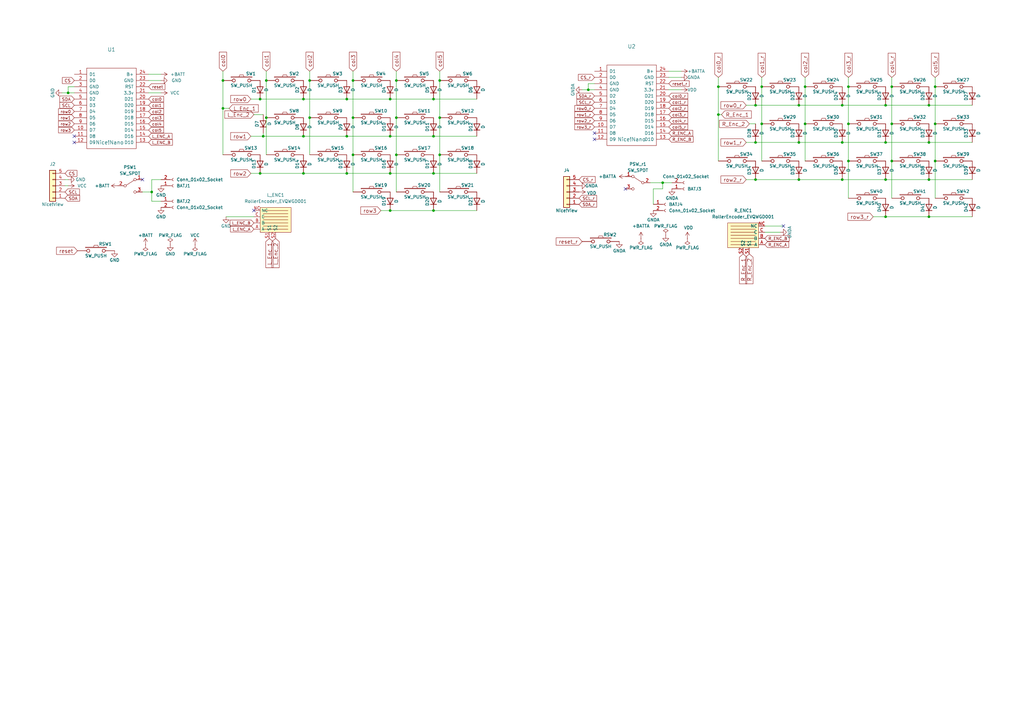
<source format=kicad_sch>
(kicad_sch (version 20230121) (generator eeschema)
  (paper "A3")
  (title_block (title "Corne Choc Wireless") (date "2023-10-09") (rev "0.0.1") (company "foostan + GSV-CargoCult"))
  (lib_symbols
    (symbol "Connector:Conn_01x02_Socket" (pin_names (offset 1.016) hide)
      (property "Reference" "J" (at 0 2.54 0))
      (property "Value" "Conn_01x02_Socket" (at 0 -5.08 0))
      (symbol "Conn_01x02_Socket_1_1"
        (pin passive line (at -5.08 0 0) (length 3.81) (name "Pin_1") (number "1"))
        (pin passive line (at -5.08 -2.54 0) (length 3.81) (name "Pin_2") (number "2"))
      )
    )
    (symbol "Connector_Generic:Conn_01x05" (pin_names (offset 1.016) hide)
      (property "Reference" "J" (at 0 7.62 0))
      (property "Value" "Conn_01x05" (at 0 -7.62 0))
      (symbol "Conn_01x05_1_1"
        (pin passive line (at -5.08 5.08 0) (length 3.81) (name "Pin_1") (number "1"))
        (pin passive line (at -5.08 2.54 0) (length 3.81) (name "Pin_2") (number "2"))
        (pin passive line (at -5.08 0 0) (length 3.81) (name "Pin_3") (number "3"))
        (pin passive line (at -5.08 -2.54 0) (length 3.81) (name "Pin_4") (number "4"))
        (pin passive line (at -5.08 -5.08 0) (length 3.81) (name "Pin_5") (number "5"))
      )
    )
    (symbol "Device:D" (pin_numbers hide) (pin_names (offset 1.016) hide)
      (property "Reference" "D" (at 0 2.54 0))
      (property "Value" "D" (at 0 -2.54 0))
      (symbol "D_1_1"
        (pin passive line (at -3.81 0 0) (length 2.54) (name "K") (number "1"))
        (pin passive line (at 3.81 0 180) (length 2.54) (name "A") (number "2"))
      )
    )
    (symbol "ScottoKeebs:MCU_Nice_Nano_V2" (pin_names (offset 1.016))
      (property "Reference" "U" (at 0 0 0))
      (property "Value" "Nice_Nano_V2" (at 0 -19.05 0))
      (symbol "MCU_Nice_Nano_V2_1_1"
        (pin input line (at -15.24 13.97 0) (length 5.08) (name "D1") (number "1"))
        (pin input line (at -15.24 -8.89 0) (length 5.08) (name "D7") (number "10"))
        (pin input line (at -15.24 -11.43 0) (length 5.08) (name "D8") (number "11"))
        (pin input line (at -15.24 -13.97 0) (length 5.08) (name "D9") (number "12"))
        (pin input line (at 15.24 -13.97 180) (length 5.08) (name "D10") (number "13"))
        (pin input line (at 15.24 -11.43 180) (length 5.08) (name "D16") (number "14"))
        (pin input line (at 15.24 -8.89 180) (length 5.08) (name "D14") (number "15"))
        (pin input line (at 15.24 -6.35 180) (length 5.08) (name "D15") (number "16"))
        (pin input line (at 15.24 -3.81 180) (length 5.08) (name "D18") (number "17"))
        (pin input line (at 15.24 -1.27 180) (length 5.08) (name "D19") (number "18"))
        (pin input line (at 15.24 1.27 180) (length 5.08) (name "D20") (number "19"))
        (pin input line (at -15.24 11.43 0) (length 5.08) (name "D0") (number "2"))
        (pin input line (at 15.24 3.81 180) (length 5.08) (name "D21") (number "20"))
        (pin input line (at 15.24 6.35 180) (length 5.08) (name "3.3v") (number "21"))
        (pin input line (at 15.24 8.89 180) (length 5.08) (name "RST") (number "22"))
        (pin input line (at 15.24 11.43 180) (length 5.08) (name "GND") (number "23"))
        (pin input line (at 15.24 13.97 180) (length 5.08) (name "B+") (number "24"))
        (pin input line (at -15.24 8.89 0) (length 5.08) (name "GND") (number "3"))
        (pin input line (at -15.24 6.35 0) (length 5.08) (name "GND") (number "4"))
        (pin input line (at -15.24 3.81 0) (length 5.08) (name "D2") (number "5"))
        (pin input line (at -15.24 1.27 0) (length 5.08) (name "D3") (number "6"))
        (pin input line (at -15.24 -1.27 0) (length 5.08) (name "D4") (number "7"))
        (pin input line (at -15.24 -3.81 0) (length 5.08) (name "D5") (number "8"))
        (pin input line (at -15.24 -6.35 0) (length 5.08) (name "D6") (number "9"))
      )
    )
    (symbol "Switch:SW_SPDT" (pin_names (offset 0) hide)
      (property "Reference" "SW" (at 0 4.318 0))
      (property "Value" "SW_SPDT" (at 0 -5.08 0))
      (symbol "SW_SPDT_1_1"
        (pin passive line (at 5.08 2.54 180) (length 2.54) (name "A") (number "1"))
        (pin passive line (at -5.08 0 0) (length 2.54) (name "B") (number "2"))
        (pin passive line (at 5.08 -2.54 180) (length 2.54) (name "C") (number "3"))
      )
    )
    (symbol "kbd:SW_PUSH" (pin_numbers hide) (pin_names (offset 1.016) hide)
      (property "Reference" "SW" (at 3.81 2.794 0))
      (property "Value" "SW_PUSH" (at 0 -2.032 0))
      (symbol "SW_PUSH_0_1"
        (pin passive inverted (at -7.62 0 0) (length 5.08) (name "1") (number "1"))
        (pin passive inverted (at 7.62 0 180) (length 5.08) (name "2") (number "2"))
      )
    )
    (symbol "power:+BATT" (power) (pin_names (offset 0))
      (property "Value" "+BATT" (at 0 3.556 0))
      (symbol "+BATT_1_1"
        (pin power_in line (at 0 0 90) (length 0) hide (name "+BATT") (number "1"))
      )
    )
    (symbol "power:+BATTA" (power) (pin_names (offset 0))
      (property "Value" "+BATTA" (at 0 3.556 0))
      (symbol "+BATTA_1_1"
        (pin power_in line (at 0 0 90) (length 0) hide (name "+BATTA") (number "1"))
      )
    )
    (symbol "power:GND" (power) (pin_names (offset 0))
      (property "Value" "GND" (at 0 -3.81 0))
      (symbol "GND_1_1"
        (pin power_in line (at 0 0 270) (length 0) hide (name "GND") (number "1"))
      )
    )
    (symbol "power:GNDA" (power) (pin_names (offset 0))
      (property "Value" "GNDA" (at 0 -3.81 0))
      (symbol "GNDA_1_1"
        (pin power_in line (at 0 0 270) (length 0) hide (name "GNDA") (number "1"))
      )
    )
    (symbol "power:PWR_FLAG" (power) (pin_numbers hide) (pin_names (offset 0) hide)
      (property "Value" "PWR_FLAG" (at 0 3.81 0))
      (symbol "PWR_FLAG_0_0"
        (pin power_out line (at 0 0 90) (length 0) (name "pwr") (number "1"))
      )
    )
    (symbol "power:VCC" (power) (pin_names (offset 0))
      (property "Value" "VCC" (at 0 3.81 0))
      (symbol "VCC_1_1"
        (pin power_in line (at 0 0 90) (length 0) hide (name "VCC") (number "1"))
      )
    )
    (symbol "power:VDD" (power) (pin_names (offset 0))
      (property "Value" "VDD" (at 0 3.81 0))
      (symbol "VDD_1_1"
        (pin power_in line (at 0 0 90) (length 0) hide (name "VDD") (number "1"))
      )
    )
    (symbol "zzkeebs:RollerEncoder_EVQWGD001"
      (property "Reference" "U" (at 0 -5.08 0))
      (property "Value" "RollerEncoder_EVQWGD001" (at 0 -7.62 0))
      (symbol "RollerEncoder_EVQWGD001_1_1"
        (pin output line (at -7.62 5.08 0) (length 2.54) (name "A") (number "A"))
        (pin output line (at -7.62 2.54 0) (length 2.54) (name "B") (number "B"))
        (pin passive line (at -7.62 0 0) (length 2.54) (name "C") (number "C"))
        (pin unspecified line (at -7.62 -2.54 0) (length 2.54) (name "NC") (number "NC"))
        (pin output line (at -1.27 8.89 270) (length 2.54) (name "S1") (number "S1"))
        (pin output line (at 1.27 8.89 270) (length 2.54) (name "S2") (number "S2"))
      )
    )
  )
  (junction (at 383.54 50.8))
  (junction (at 347.98 50.8))
  (junction (at 142.24 40.64))
  (junction (at 162.56 63.5))
  (junction (at 309.88 58.42))
  (junction (at 345.44 43.18))
  (junction (at 142.24 71.12))
  (junction (at 365.76 66.04))
  (junction (at 144.78 33.02))
  (junction (at 363.22 88.9))
  (junction (at 127 48.26))
  (junction (at 127 33.02))
  (junction (at 107.95 55.88))
  (junction (at 124.46 71.12))
  (junction (at 330.2 35.56))
  (junction (at 309.88 43.18))
  (junction (at 62.23 78.74))
  (junction (at 381 73.66))
  (junction (at 330.2 50.8))
  (junction (at 160.02 40.64))
  (junction (at 162.56 33.02))
  (junction (at 294.64 46.99))
  (junction (at 180.34 63.5))
  (junction (at 294.64 35.56))
  (junction (at 180.34 48.26))
  (junction (at 381 58.42))
  (junction (at 144.78 48.26))
  (junction (at 177.8 55.88))
  (junction (at 309.88 73.66))
  (junction (at 142.24 55.88))
  (junction (at 327.66 73.66))
  (junction (at 383.54 66.04))
  (junction (at 177.8 71.12))
  (junction (at 383.54 35.56))
  (junction (at 312.42 35.56))
  (junction (at 271.78 74.93))
  (junction (at 160.02 55.88))
  (junction (at 345.44 58.42))
  (junction (at 345.44 73.66))
  (junction (at 162.56 48.26))
  (junction (at 327.66 43.18))
  (junction (at 91.44 44.45))
  (junction (at 347.98 35.56))
  (junction (at 124.46 40.64))
  (junction (at 177.8 40.64))
  (junction (at 363.22 58.42))
  (junction (at 327.66 58.42))
  (junction (at 381 43.18))
  (junction (at 124.46 55.88))
  (junction (at 363.22 43.18))
  (junction (at 27.94 38.1))
  (junction (at 365.76 50.8))
  (junction (at 363.22 73.66))
  (junction (at 347.98 66.04))
  (junction (at 312.42 50.8))
  (junction (at 109.22 48.26))
  (junction (at 160.02 71.12))
  (junction (at 106.68 40.64))
  (junction (at 180.34 33.02))
  (junction (at 160.02 86.36))
  (junction (at 381 88.9))
  (junction (at 91.44 33.02))
  (junction (at 144.78 63.5))
  (junction (at 109.22 33.02))
  (junction (at 106.68 71.12))
  (junction (at 241.3 36.83))
  (junction (at 177.8 86.36))
  (junction (at 365.76 35.56))
  (no_connect (at 321.31 92.71))
  (no_connect (at 243.84 57.15))
  (no_connect (at 30.48 55.88))
  (no_connect (at 243.84 54.61))
  (no_connect (at 256.54 77.47))
  (no_connect (at 30.48 58.42))
  (no_connect (at 58.42 73.66))
  (no_connect (at 104.14 86.36))
  (wire (pts (xy 365.76 50.8) (xy 365.76 66.04)))
  (wire (pts (xy 102.87 40.64) (xy 106.68 40.64)))
  (wire (pts (xy 160.02 86.36) (xy 177.8 86.36)))
  (wire (pts (xy 383.54 31.75) (xy 383.54 35.56)))
  (wire (pts (xy 381 43.18) (xy 398.78 43.18)))
  (wire (pts (xy 142.24 55.88) (xy 160.02 55.88)))
  (wire (pts (xy 162.56 63.5) (xy 162.56 78.74)))
  (wire (pts (xy 177.8 71.12) (xy 195.58 71.12)))
  (wire (pts (xy 294.64 31.75) (xy 294.64 35.56)))
  (wire (pts (xy 294.64 35.56) (xy 294.64 46.99)))
  (wire (pts (xy 107.95 55.88) (xy 124.46 55.88)))
  (wire (pts (xy 109.22 33.02) (xy 109.22 48.26)))
  (wire (pts (xy 358.14 88.9) (xy 363.22 88.9)))
  (wire (pts (xy 306.07 58.42) (xy 309.88 58.42)))
  (wire (pts (xy 330.2 50.8) (xy 330.2 66.04)))
  (wire (pts (xy 347.98 50.8) (xy 347.98 66.04)))
  (wire (pts (xy 365.76 31.75) (xy 365.76 35.56)))
  (wire (pts (xy 60.96 38.1) (xy 66.04 38.1)))
  (wire (pts (xy 238.76 36.83) (xy 241.3 36.83)))
  (wire (pts (xy 162.56 29.21) (xy 162.56 33.02)))
  (wire (pts (xy 347.98 31.75) (xy 347.98 35.56)))
  (wire (pts (xy 144.78 48.26) (xy 144.78 63.5)))
  (wire (pts (xy 241.3 34.29) (xy 241.3 36.83)))
  (wire (pts (xy 160.02 71.12) (xy 177.8 71.12)))
  (wire (pts (xy 363.22 73.66) (xy 381 73.66)))
  (wire (pts (xy 327.66 73.66) (xy 345.44 73.66)))
  (wire (pts (xy 381 58.42) (xy 398.78 58.42)))
  (wire (pts (xy 66.04 73.66) (xy 62.23 73.66)))
  (wire (pts (xy 306.07 73.66) (xy 309.88 73.66)))
  (wire (pts (xy 271.78 74.93) (xy 266.7 74.93)))
  (wire (pts (xy 267.97 77.47) (xy 271.78 77.47)))
  (wire (pts (xy 177.8 40.64) (xy 195.58 40.64)))
  (wire (pts (xy 381 88.9) (xy 398.78 88.9)))
  (wire (pts (xy 30.48 35.56) (xy 27.94 35.56)))
  (wire (pts (xy 180.34 63.5) (xy 180.34 78.74)))
  (wire (pts (xy 162.56 48.26) (xy 162.56 63.5)))
  (wire (pts (xy 62.23 73.66) (xy 62.23 78.74)))
  (wire (pts (xy 243.84 34.29) (xy 241.3 34.29)))
  (wire (pts (xy 160.02 40.64) (xy 177.8 40.64)))
  (wire (pts (xy 274.32 31.75) (xy 279.4 31.75)))
  (wire (pts (xy 127 29.21) (xy 127 33.02)))
  (wire (pts (xy 144.78 33.02) (xy 144.78 48.26)))
  (wire (pts (xy 124.46 40.64) (xy 142.24 40.64)))
  (wire (pts (xy 102.87 71.12) (xy 106.68 71.12)))
  (wire (pts (xy 347.98 35.56) (xy 347.98 50.8)))
  (wire (pts (xy 124.46 71.12) (xy 142.24 71.12)))
  (wire (pts (xy 177.8 55.88) (xy 195.58 55.88)))
  (wire (pts (xy 109.22 48.26) (xy 109.22 63.5)))
  (wire (pts (xy 160.02 55.88) (xy 177.8 55.88)))
  (wire (pts (xy 241.3 36.83) (xy 243.84 36.83)))
  (wire (pts (xy 91.44 33.02) (xy 91.44 44.45)))
  (wire (pts (xy 363.22 88.9) (xy 381 88.9)))
  (wire (pts (xy 365.76 35.56) (xy 365.76 50.8)))
  (wire (pts (xy 144.78 63.5) (xy 144.78 78.74)))
  (wire (pts (xy 180.34 29.21) (xy 180.34 33.02)))
  (wire (pts (xy 180.34 48.26) (xy 180.34 63.5)))
  (wire (pts (xy 27.94 38.1) (xy 30.48 38.1)))
  (wire (pts (xy 345.44 58.42) (xy 363.22 58.42)))
  (wire (pts (xy 92.71 88.9) (xy 104.14 88.9)))
  (wire (pts (xy 107.95 54.61) (xy 107.95 55.88)))
  (wire (pts (xy 279.4 29.21) (xy 274.32 29.21)))
  (wire (pts (xy 321.31 92.71) (xy 313.69 92.71)))
  (wire (pts (xy 91.44 29.21) (xy 91.44 33.02)))
  (wire (pts (xy 144.78 29.21) (xy 144.78 33.02)))
  (wire (pts (xy 312.42 31.75) (xy 312.42 35.56)))
  (wire (pts (xy 124.46 55.88) (xy 142.24 55.88)))
  (wire (pts (xy 363.22 43.18) (xy 381 43.18)))
  (wire (pts (xy 345.44 43.18) (xy 363.22 43.18)))
  (wire (pts (xy 383.54 35.56) (xy 383.54 50.8)))
  (wire (pts (xy 330.2 31.75) (xy 330.2 35.56)))
  (wire (pts (xy 102.87 55.88) (xy 107.95 55.88)))
  (wire (pts (xy 93.98 44.45) (xy 91.44 44.45)))
  (wire (pts (xy 383.54 66.04) (xy 383.54 81.28)))
  (wire (pts (xy 309.88 58.42) (xy 327.66 58.42)))
  (wire (pts (xy 327.66 43.18) (xy 345.44 43.18)))
  (wire (pts (xy 127 48.26) (xy 127 63.5)))
  (wire (pts (xy 312.42 35.56) (xy 312.42 50.8)))
  (wire (pts (xy 365.76 66.04) (xy 365.76 81.28)))
  (wire (pts (xy 60.96 33.02) (xy 66.04 33.02)))
  (wire (pts (xy 327.66 58.42) (xy 345.44 58.42)))
  (wire (pts (xy 66.04 82.55) (xy 62.23 82.55)))
  (wire (pts (xy 62.23 78.74) (xy 58.42 78.74)))
  (wire (pts (xy 347.98 66.04) (xy 347.98 81.28)))
  (wire (pts (xy 66.04 30.48) (xy 60.96 30.48)))
  (wire (pts (xy 330.2 35.56) (xy 330.2 50.8)))
  (wire (pts (xy 62.23 82.55) (xy 62.23 78.74)))
  (wire (pts (xy 27.94 73.66) (xy 26.67 73.66)))
  (wire (pts (xy 295.91 46.99) (xy 294.64 46.99)))
  (wire (pts (xy 27.94 35.56) (xy 27.94 38.1)))
  (wire (pts (xy 275.59 74.93) (xy 271.78 74.93)))
  (wire (pts (xy 345.44 73.66) (xy 363.22 73.66)))
  (wire (pts (xy 127 33.02) (xy 127 48.26)))
  (wire (pts (xy 142.24 71.12) (xy 160.02 71.12)))
  (wire (pts (xy 180.34 33.02) (xy 180.34 48.26)))
  (wire (pts (xy 27.94 76.2) (xy 26.67 76.2)))
  (wire (pts (xy 320.04 95.25) (xy 313.69 95.25)))
  (wire (pts (xy 381 73.66) (xy 398.78 73.66)))
  (wire (pts (xy 156.21 86.36) (xy 160.02 86.36)))
  (wire (pts (xy 25.4 38.1) (xy 27.94 38.1)))
  (wire (pts (xy 363.22 58.42) (xy 381 58.42)))
  (wire (pts (xy 307.34 50.8) (xy 309.88 50.8)))
  (wire (pts (xy 177.8 86.36) (xy 195.58 86.36)))
  (wire (pts (xy 312.42 50.8) (xy 312.42 66.04)))
  (wire (pts (xy 274.32 36.83) (xy 279.4 36.83)))
  (wire (pts (xy 271.78 77.47) (xy 271.78 74.93)))
  (wire (pts (xy 267.97 83.82) (xy 267.97 77.47)))
  (wire (pts (xy 106.68 71.12) (xy 124.46 71.12)))
  (wire (pts (xy 309.88 73.66) (xy 327.66 73.66)))
  (wire (pts (xy 109.22 29.21) (xy 109.22 33.02)))
  (wire (pts (xy 162.56 33.02) (xy 162.56 48.26)))
  (wire (pts (xy 142.24 40.64) (xy 160.02 40.64)))
  (wire (pts (xy 107.95 46.99) (xy 104.14 46.99)))
  (wire (pts (xy 91.44 44.45) (xy 91.44 63.5)))
  (wire (pts (xy 106.68 40.64) (xy 124.46 40.64)))
  (wire (pts (xy 383.54 50.8) (xy 383.54 66.04)))
  (wire (pts (xy 294.64 46.99) (xy 294.64 66.04)))
  (wire (pts (xy 306.07 43.18) (xy 309.88 43.18)))
  (wire (pts (xy 309.88 43.18) (xy 327.66 43.18)))
  (global_label "row1" (shape input) (at 102.87 55.88 180) (effects (font (size 1.524 1.524))) (property "Intersheetrefs" "${INTERSHEET_REFS}" (effects hide)))
  (global_label "reset" (shape input) (at 60.96 35.56 0) (effects (font (size 1.1938 1.1938))) (property "Intersheetrefs" "${INTERSHEET_REFS}" (effects hide)))
  (global_label "R_Enc_2" (shape input) (at 307.34 50.8 180) (effects (font (size 1.524 1.524))) (property "Intersheetrefs" "${INTERSHEET_REFS}" (effects hide)))
  (global_label "L_ENC_B" (shape input) (at 60.96 58.42 0) (effects (font (size 1.1938 1.1938))) (property "Intersheetrefs" "${INTERSHEET_REFS}" (effects hide)))
  (global_label "col1_r" (shape input) (at 274.32 41.91 0) (effects (font (size 1.1938 1.1938))) (property "Intersheetrefs" "${INTERSHEET_REFS}" (effects hide)))
  (global_label "row0_r" (shape input) (at 243.84 44.45 180) (effects (font (size 1.1938 1.1938))) (property "Intersheetrefs" "${INTERSHEET_REFS}" (effects hide)))
  (global_label "CS_r" (shape input) (at 243.84 31.75 180) (property "Intersheetrefs" "${INTERSHEET_REFS}" (effects hide)))
  (global_label "col4" (shape input) (at 162.56 29.21 90) (effects (font (size 1.524 1.524))) (property "Intersheetrefs" "${INTERSHEET_REFS}" (effects hide)))
  (global_label "col5_r" (shape input) (at 383.54 31.75 90) (effects (font (size 1.524 1.524))) (property "Intersheetrefs" "${INTERSHEET_REFS}" (effects hide)))
  (global_label "col0_r" (shape input) (at 274.32 39.37 0) (effects (font (size 1.1938 1.1938))) (property "Intersheetrefs" "${INTERSHEET_REFS}" (effects hide)))
  (global_label "SCL" (shape input) (at 30.48 43.18 180) (property "Intersheetrefs" "${INTERSHEET_REFS}" (effects hide)))
  (global_label "SDA_r" (shape input) (at 237.49 83.82 0) (effects (font (size 1.1938 1.1938))) (property "Intersheetrefs" "${INTERSHEET_REFS}" (effects hide)))
  (global_label "R_Enc_1" (shape input) (at 304.8 104.14 270) (effects (font (size 1.524 1.524))) (property "Intersheetrefs" "${INTERSHEET_REFS}" (effects hide)))
  (global_label "SDA_r" (shape input) (at 243.84 39.37 180) (effects (font (size 1.1938 1.1938))) (property "Intersheetrefs" "${INTERSHEET_REFS}" (effects hide)))
  (global_label "col3" (shape input) (at 144.78 29.21 90) (effects (font (size 1.524 1.524))) (property "Intersheetrefs" "${INTERSHEET_REFS}" (effects hide)))
  (global_label "reset" (shape input) (at 31.75 102.87 180) (effects (font (size 1.524 1.524))) (property "Intersheetrefs" "${INTERSHEET_REFS}" (effects hide)))
  (global_label "reset_r" (shape input) (at 274.32 34.29 0) (effects (font (size 1.1938 1.1938))) (property "Intersheetrefs" "${INTERSHEET_REFS}" (effects hide)))
  (global_label "row3_r" (shape input) (at 358.14 88.9 180) (effects (font (size 1.524 1.524))) (property "Intersheetrefs" "${INTERSHEET_REFS}" (effects hide)))
  (global_label "L_ENC_A" (shape input) (at 60.96 55.88 0) (effects (font (size 1.1938 1.1938))) (property "Intersheetrefs" "${INTERSHEET_REFS}" (effects hide)))
  (global_label "col5" (shape input) (at 60.96 53.34 0) (effects (font (size 1.1938 1.1938))) (property "Intersheetrefs" "${INTERSHEET_REFS}" (effects hide)))
  (global_label "col5_r" (shape input) (at 274.32 52.07 0) (effects (font (size 1.1938 1.1938))) (property "Intersheetrefs" "${INTERSHEET_REFS}" (effects hide)))
  (global_label "row2_r" (shape input) (at 306.07 73.66 180) (effects (font (size 1.524 1.524))) (property "Intersheetrefs" "${INTERSHEET_REFS}" (effects hide)))
  (global_label "R_Enc_1" (shape input) (at 295.91 46.99 0) (effects (font (size 1.524 1.524))) (property "Intersheetrefs" "${INTERSHEET_REFS}" (effects hide)))
  (global_label "SDA" (shape input) (at 26.67 81.28 0) (property "Intersheetrefs" "${INTERSHEET_REFS}" (effects hide)))
  (global_label "SDA" (shape input) (at 30.48 40.64 180) (property "Intersheetrefs" "${INTERSHEET_REFS}" (effects hide)))
  (global_label "L_ENC_A" (shape input) (at 104.14 93.98 180) (effects (font (size 1.1938 1.1938))) (property "Intersheetrefs" "${INTERSHEET_REFS}" (effects hide)))
  (global_label "row2_r" (shape input) (at 243.84 49.53 180) (effects (font (size 1.1938 1.1938))) (property "Intersheetrefs" "${INTERSHEET_REFS}" (effects hide)))
  (global_label "row2" (shape input) (at 30.48 50.8 180) (effects (font (size 1.1938 1.1938))) (property "Intersheetrefs" "${INTERSHEET_REFS}" (effects hide)))
  (global_label "col2_r" (shape input) (at 274.32 44.45 0) (effects (font (size 1.1938 1.1938))) (property "Intersheetrefs" "${INTERSHEET_REFS}" (effects hide)))
  (global_label "col4_r" (shape input) (at 365.76 31.75 90) (effects (font (size 1.524 1.524))) (property "Intersheetrefs" "${INTERSHEET_REFS}" (effects hide)))
  (global_label "row1_r" (shape input) (at 306.07 58.42 180) (effects (font (size 1.524 1.524))) (property "Intersheetrefs" "${INTERSHEET_REFS}" (effects hide)))
  (global_label "col2_r" (shape input) (at 330.2 31.75 90) (effects (font (size 1.524 1.524))) (property "Intersheetrefs" "${INTERSHEET_REFS}" (effects hide)))
  (global_label "SCL_r" (shape input) (at 237.49 81.28 0) (effects (font (size 1.1938 1.1938))) (property "Intersheetrefs" "${INTERSHEET_REFS}" (effects hide)))
  (global_label "col1_r" (shape input) (at 312.42 31.75 90) (effects (font (size 1.524 1.524))) (property "Intersheetrefs" "${INTERSHEET_REFS}" (effects hide)))
  (global_label "row3" (shape input) (at 30.48 53.34 180) (effects (font (size 1.1938 1.1938))) (property "Intersheetrefs" "${INTERSHEET_REFS}" (effects hide)))
  (global_label "col0" (shape input) (at 60.96 40.64 0) (effects (font (size 1.1938 1.1938))) (property "Intersheetrefs" "${INTERSHEET_REFS}" (effects hide)))
  (global_label "L_Enc_1" (shape input) (at 93.98 44.45 0) (effects (font (size 1.524 1.524))) (property "Intersheetrefs" "${INTERSHEET_REFS}" (effects hide)))
  (global_label "L_Enc_2" (shape input) (at 113.03 97.79 270) (effects (font (size 1.524 1.524))) (property "Intersheetrefs" "${INTERSHEET_REFS}" (effects hide)))
  (global_label "col4_r" (shape input) (at 274.32 49.53 0) (effects (font (size 1.1938 1.1938))) (property "Intersheetrefs" "${INTERSHEET_REFS}" (effects hide)))
  (global_label "row0" (shape input) (at 102.87 40.64 180) (effects (font (size 1.524 1.524))) (property "Intersheetrefs" "${INTERSHEET_REFS}" (effects hide)))
  (global_label "row3_r" (shape input) (at 243.84 52.07 180) (effects (font (size 1.1938 1.1938))) (property "Intersheetrefs" "${INTERSHEET_REFS}" (effects hide)))
  (global_label "row0_r" (shape input) (at 306.07 43.18 180) (effects (font (size 1.524 1.524))) (property "Intersheetrefs" "${INTERSHEET_REFS}" (effects hide)))
  (global_label "R_ENC_B" (shape input) (at 274.32 57.15 0) (effects (font (size 1.1938 1.1938))) (property "Intersheetrefs" "${INTERSHEET_REFS}" (effects hide)))
  (global_label "SCL" (shape input) (at 26.67 78.74 0) (property "Intersheetrefs" "${INTERSHEET_REFS}" (effects hide)))
  (global_label "col3_r" (shape input) (at 347.98 31.75 90) (effects (font (size 1.524 1.524))) (property "Intersheetrefs" "${INTERSHEET_REFS}" (effects hide)))
  (global_label "row2" (shape input) (at 102.87 71.12 180) (effects (font (size 1.524 1.524))) (property "Intersheetrefs" "${INTERSHEET_REFS}" (effects hide)))
  (global_label "row1_r" (shape input) (at 243.84 46.99 180) (effects (font (size 1.1938 1.1938))) (property "Intersheetrefs" "${INTERSHEET_REFS}" (effects hide)))
  (global_label "L_Enc_1" (shape input) (at 110.49 97.79 270) (effects (font (size 1.524 1.524))) (property "Intersheetrefs" "${INTERSHEET_REFS}" (effects hide)))
  (global_label "col1" (shape input) (at 60.96 43.18 0) (effects (font (size 1.1938 1.1938))) (property "Intersheetrefs" "${INTERSHEET_REFS}" (effects hide)))
  (global_label "CS_r" (shape input) (at 237.49 73.66 0) (property "Intersheetrefs" "${INTERSHEET_REFS}" (effects hide)))
  (global_label "R_Enc_2" (shape input) (at 307.34 104.14 270) (effects (font (size 1.524 1.524))) (property "Intersheetrefs" "${INTERSHEET_REFS}" (effects hide)))
  (global_label "CS" (shape input) (at 26.67 71.12 0) (property "Intersheetrefs" "${INTERSHEET_REFS}" (effects hide)))
  (global_label "col1" (shape input) (at 109.22 29.21 90) (effects (font (size 1.524 1.524))) (property "Intersheetrefs" "${INTERSHEET_REFS}" (effects hide)))
  (global_label "row1" (shape input) (at 30.48 48.26 180) (effects (font (size 1.1938 1.1938))) (property "Intersheetrefs" "${INTERSHEET_REFS}" (effects hide)))
  (global_label "col4" (shape input) (at 60.96 50.8 0) (effects (font (size 1.1938 1.1938))) (property "Intersheetrefs" "${INTERSHEET_REFS}" (effects hide)))
  (global_label "col2" (shape input) (at 127 29.21 90) (effects (font (size 1.524 1.524))) (property "Intersheetrefs" "${INTERSHEET_REFS}" (effects hide)))
  (global_label "col0" (shape input) (at 91.44 29.21 90) (effects (font (size 1.524 1.524))) (property "Intersheetrefs" "${INTERSHEET_REFS}" (effects hide)))
  (global_label "R_ENC_A" (shape input) (at 274.32 54.61 0) (effects (font (size 1.1938 1.1938))) (property "Intersheetrefs" "${INTERSHEET_REFS}" (effects hide)))
  (global_label "CS" (shape input) (at 30.48 33.02 180) (property "Intersheetrefs" "${INTERSHEET_REFS}" (effects hide)))
  (global_label "col5" (shape input) (at 180.34 29.21 90) (effects (font (size 1.524 1.524))) (property "Intersheetrefs" "${INTERSHEET_REFS}" (effects hide)))
  (global_label "R_ENC_B" (shape input) (at 313.69 97.79 0) (effects (font (size 1.1938 1.1938))) (property "Intersheetrefs" "${INTERSHEET_REFS}" (effects hide)))
  (global_label "SCL_r" (shape input) (at 243.84 41.91 180) (effects (font (size 1.1938 1.1938))) (property "Intersheetrefs" "${INTERSHEET_REFS}" (effects hide)))
  (global_label "row0" (shape input) (at 30.48 45.72 180) (effects (font (size 1.1938 1.1938))) (property "Intersheetrefs" "${INTERSHEET_REFS}" (effects hide)))
  (global_label "col3_r" (shape input) (at 274.32 46.99 0) (effects (font (size 1.1938 1.1938))) (property "Intersheetrefs" "${INTERSHEET_REFS}" (effects hide)))
  (global_label "L_ENC_B" (shape input) (at 104.14 91.44 180) (effects (font (size 1.1938 1.1938))) (property "Intersheetrefs" "${INTERSHEET_REFS}" (effects hide)))
  (global_label "row3" (shape input) (at 156.21 86.36 180) (effects (font (size 1.524 1.524))) (property "Intersheetrefs" "${INTERSHEET_REFS}" (effects hide)))
  (global_label "col3" (shape input) (at 60.96 48.26 0) (effects (font (size 1.1938 1.1938))) (property "Intersheetrefs" "${INTERSHEET_REFS}" (effects hide)))
  (global_label "reset_r" (shape input) (at 238.76 99.06 180) (effects (font (size 1.524 1.524))) (property "Intersheetrefs" "${INTERSHEET_REFS}" (effects hide)))
  (global_label "R_ENC_A" (shape input) (at 313.69 100.33 0) (effects (font (size 1.1938 1.1938))) (property "Intersheetrefs" "${INTERSHEET_REFS}" (effects hide)))
  (global_label "col0_r" (shape input) (at 294.64 31.75 90) (effects (font (size 1.524 1.524))) (property "Intersheetrefs" "${INTERSHEET_REFS}" (effects hide)))
  (global_label "col2" (shape input) (at 60.96 45.72 0) (effects (font (size 1.1938 1.1938))) (property "Intersheetrefs" "${INTERSHEET_REFS}" (effects hide)))
  (global_label "L_Enc_2" (shape input) (at 104.14 46.99 180) (effects (font (size 1.524 1.524))) (property "Intersheetrefs" "${INTERSHEET_REFS}" (effects hide)))
  (symbol (lib_id "ScottoKeebs:MCU_Nice_Nano_V2") (at 45.72 44.45 0) (unit 1)
    (property "Reference" "U1" (at 45.72 20.32 0) (effects (font (size 1.524 1.524))))
    (property "Value" "Nice!Nano" (at 45 58.42 0) (effects (font (size 1.524 1.524))))
    (property "Footprint" "kbd:ProMicro_v3" (effects hide))
  )
  (symbol (lib_id "kbd:SW_PUSH") (at 116.84 33.02 0) (unit 1)
    (property "Reference" "SW2" (at 120.65 30.226 0))
    (property "Value" "SW_PUSH" (at 116.84 35.052 0))
    (property "Footprint" "kbd:CherryMX_Hotswap" (effects hide))
  )
  (symbol (lib_id "Device:D") (at 124.46 36.83 90) (unit 1)
    (property "Reference" "D2" (at 121.92 36.83 0))
    (property "Value" "D" (at 127 36.83 0))
    (property "Footprint" "kbd:D3_SMD_v2" (effects hide))
  )
  (symbol (lib_id "kbd:SW_PUSH") (at 134.62 33.02 0) (unit 1)
    (property "Reference" "SW3" (at 138.43 30.226 0))
    (property "Value" "SW_PUSH" (at 134.62 35.052 0))
    (property "Footprint" "kbd:CherryMX_Hotswap" (effects hide))
  )
  (symbol (lib_id "Device:D") (at 142.24 36.83 90) (unit 1)
    (property "Reference" "D3" (at 139.7 36.83 0))
    (property "Value" "D" (at 144.78 36.83 0))
    (property "Footprint" "kbd:D3_SMD_v2" (effects hide))
  )
  (symbol (lib_id "kbd:SW_PUSH") (at 152.4 33.02 0) (unit 1)
    (property "Reference" "SW4" (at 156.21 30.226 0))
    (property "Value" "SW_PUSH" (at 152.4 35.052 0))
    (property "Footprint" "kbd:CherryMX_Hotswap" (effects hide))
  )
  (symbol (lib_id "kbd:SW_PUSH") (at 170.18 33.02 0) (unit 1)
    (property "Reference" "SW5" (at 173.99 30.226 0))
    (property "Value" "SW_PUSH" (at 170.18 35.052 0))
    (property "Footprint" "kbd:CherryMX_Hotswap" (effects hide))
  )
  (symbol (lib_id "kbd:SW_PUSH") (at 187.96 33.02 0) (unit 1)
    (property "Reference" "SW6" (at 191.77 30.226 0))
    (property "Value" "SW_PUSH" (at 187.96 35.052 0))
    (property "Footprint" "kbd:CherryMX_Hotswap" (effects hide))
  )
  (symbol (lib_id "Device:D") (at 160.02 36.83 90) (unit 1)
    (property "Reference" "D4" (at 157.48 36.83 0))
    (property "Value" "D" (at 162.56 36.83 0))
    (property "Footprint" "kbd:D3_SMD_v2" (effects hide))
  )
  (symbol (lib_id "Device:D") (at 177.8 36.83 90) (unit 1)
    (property "Reference" "D5" (at 175.26 36.83 0))
    (property "Value" "D" (at 180.34 36.83 0))
    (property "Footprint" "kbd:D3_SMD_v2" (effects hide))
  )
  (symbol (lib_id "Device:D") (at 195.58 36.83 90) (unit 1)
    (property "Reference" "D6" (at 193.04 36.83 0))
    (property "Value" "D" (at 198.12 36.83 0))
    (property "Footprint" "kbd:D3_SMD_v2" (effects hide))
  )
  (symbol (lib_id "kbd:SW_PUSH") (at 99.06 33.02 0) (unit 1)
    (property "Reference" "SW1" (at 102.87 30.226 0))
    (property "Value" "SW_PUSH" (at 99.06 35.052 0))
    (property "Footprint" "kbd:CherryMX_Hotswap" (effects hide))
  )
  (symbol (lib_id "Device:D") (at 106.68 36.83 90) (unit 1)
    (property "Reference" "D1" (at 104.14 36.83 0))
    (property "Value" "D" (at 109.22 36.83 0))
    (property "Footprint" "kbd:D3_SMD_v2" (effects hide))
  )
  (symbol (lib_id "kbd:SW_PUSH") (at 116.84 48.26 0) (unit 1)
    (property "Reference" "SW8" (at 120.65 45.466 0))
    (property "Value" "SW_PUSH" (at 116.84 50.292 0))
    (property "Footprint" "kbd:CherryMX_Hotswap" (effects hide))
  )
  (symbol (lib_id "Device:D") (at 124.46 52.07 90) (unit 1)
    (property "Reference" "D8" (at 121.92 52.07 0))
    (property "Value" "D" (at 127 52.07 0))
    (property "Footprint" "kbd:D3_SMD_v2" (effects hide))
  )
  (symbol (lib_id "kbd:SW_PUSH") (at 134.62 48.26 0) (unit 1)
    (property "Reference" "SW9" (at 138.43 45.466 0))
    (property "Value" "SW_PUSH" (at 134.62 50.292 0))
    (property "Footprint" "kbd:CherryMX_Hotswap" (effects hide))
  )
  (symbol (lib_id "Device:D") (at 142.24 52.07 90) (unit 1)
    (property "Reference" "D9" (at 139.7 52.07 0))
    (property "Value" "D" (at 144.78 52.07 0))
    (property "Footprint" "kbd:D3_SMD_v2" (effects hide))
  )
  (symbol (lib_id "kbd:SW_PUSH") (at 152.4 48.26 0) (unit 1)
    (property "Reference" "SW10" (at 156.21 45.466 0))
    (property "Value" "SW_PUSH" (at 152.4 50.292 0))
    (property "Footprint" "kbd:CherryMX_Hotswap" (effects hide))
  )
  (symbol (lib_id "kbd:SW_PUSH") (at 170.18 48.26 0) (unit 1)
    (property "Reference" "SW11" (at 173.99 45.466 0))
    (property "Value" "SW_PUSH" (at 170.18 50.292 0))
    (property "Footprint" "kbd:CherryMX_Hotswap" (effects hide))
  )
  (symbol (lib_id "kbd:SW_PUSH") (at 187.96 48.26 0) (unit 1)
    (property "Reference" "SW12" (at 191.77 45.466 0))
    (property "Value" "SW_PUSH" (at 187.96 50.292 0))
    (property "Footprint" "kbd:CherryMX_Hotswap" (effects hide))
  )
  (symbol (lib_id "Device:D") (at 160.02 52.07 90) (unit 1)
    (property "Reference" "D10" (at 157.48 52.07 0))
    (property "Value" "D" (at 162.56 52.07 0))
    (property "Footprint" "kbd:D3_SMD_v2" (effects hide))
  )
  (symbol (lib_id "Device:D") (at 177.8 52.07 90) (unit 1)
    (property "Reference" "D11" (at 175.26 52.07 0))
    (property "Value" "D" (at 180.34 52.07 0))
    (property "Footprint" "kbd:D3_SMD_v2" (effects hide))
  )
  (symbol (lib_id "Device:D") (at 195.58 52.07 90) (unit 1)
    (property "Reference" "D12" (at 193.04 52.07 0))
    (property "Value" "D" (at 198.12 52.07 0))
    (property "Footprint" "kbd:D3_SMD_v2" (effects hide))
  )
  (symbol (lib_id "kbd:SW_PUSH") (at 116.84 63.5 0) (unit 1)
    (property "Reference" "SW14" (at 120.65 60.706 0))
    (property "Value" "SW_PUSH" (at 116.84 65.532 0))
    (property "Footprint" "kbd:CherryMX_Hotswap" (effects hide))
  )
  (symbol (lib_id "Device:D") (at 124.46 67.31 90) (unit 1)
    (property "Reference" "D14" (at 121.92 67.31 0))
    (property "Value" "D" (at 127 67.31 0))
    (property "Footprint" "kbd:D3_SMD_v2" (effects hide))
  )
  (symbol (lib_id "kbd:SW_PUSH") (at 134.62 63.5 0) (unit 1)
    (property "Reference" "SW15" (at 138.43 60.706 0))
    (property "Value" "SW_PUSH" (at 134.62 65.532 0))
    (property "Footprint" "kbd:CherryMX_Hotswap" (effects hide))
  )
  (symbol (lib_id "Device:D") (at 142.24 67.31 90) (unit 1)
    (property "Reference" "D15" (at 139.7 67.31 0))
    (property "Value" "D" (at 144.78 67.31 0))
    (property "Footprint" "kbd:D3_SMD_v2" (effects hide))
  )
  (symbol (lib_id "kbd:SW_PUSH") (at 152.4 63.5 0) (unit 1)
    (property "Reference" "SW16" (at 156.21 60.706 0))
    (property "Value" "SW_PUSH" (at 152.4 65.532 0))
    (property "Footprint" "kbd:CherryMX_Hotswap" (effects hide))
  )
  (symbol (lib_id "kbd:SW_PUSH") (at 170.18 63.5 0) (unit 1)
    (property "Reference" "SW17" (at 173.99 60.706 0))
    (property "Value" "SW_PUSH" (at 170.18 65.532 0))
    (property "Footprint" "kbd:CherryMX_Hotswap" (effects hide))
  )
  (symbol (lib_id "kbd:SW_PUSH") (at 187.96 63.5 0) (unit 1)
    (property "Reference" "SW18" (at 191.77 60.706 0))
    (property "Value" "SW_PUSH" (at 187.96 65.532 0))
    (property "Footprint" "kbd:CherryMX_Hotswap" (effects hide))
  )
  (symbol (lib_id "Device:D") (at 160.02 67.31 90) (unit 1)
    (property "Reference" "D16" (at 157.48 67.31 0))
    (property "Value" "D" (at 162.56 67.31 0))
    (property "Footprint" "kbd:D3_SMD_v2" (effects hide))
  )
  (symbol (lib_id "Device:D") (at 177.8 67.31 90) (unit 1)
    (property "Reference" "D17" (at 175.26 67.31 0))
    (property "Value" "D" (at 180.34 67.31 0))
    (property "Footprint" "kbd:D3_SMD_v2" (effects hide))
  )
  (symbol (lib_id "Device:D") (at 195.58 67.31 90) (unit 1)
    (property "Reference" "D18" (at 193.04 67.31 0))
    (property "Value" "D" (at 198.12 67.31 0))
    (property "Footprint" "kbd:D3_SMD_v2" (effects hide))
  )
  (symbol (lib_id "kbd:SW_PUSH") (at 99.06 63.5 0) (unit 1)
    (property "Reference" "SW13" (at 102.87 60.706 0))
    (property "Value" "SW_PUSH" (at 99.06 65.532 0))
    (property "Footprint" "kbd:CherryMX_Hotswap" (effects hide))
  )
  (symbol (lib_id "Device:D") (at 106.68 67.31 90) (unit 1)
    (property "Reference" "D13" (at 104.14 67.31 0))
    (property "Value" "D" (at 109.22 67.31 0))
    (property "Footprint" "kbd:D3_SMD_v2" (effects hide))
  )
  (symbol (lib_id "kbd:SW_PUSH") (at 170.18 78.74 0) (unit 1)
    (property "Reference" "SW20" (at 173.99 75.946 0))
    (property "Value" "SW_PUSH" (at 170.18 80.772 0))
    (property "Footprint" "kbd:CherryMX_Hotswap" (effects hide))
  )
  (symbol (lib_id "Device:D") (at 177.8 82.55 90) (unit 1)
    (property "Reference" "D20" (at 175.26 82.55 0))
    (property "Value" "D" (at 180.34 82.55 0))
    (property "Footprint" "kbd:D3_SMD_v2" (effects hide))
  )
  (symbol (lib_id "kbd:SW_PUSH") (at 187.96 78.74 0) (unit 1)
    (property "Reference" "SW21" (at 191.77 75.946 0))
    (property "Value" "SW_PUSH" (at 187.96 80.772 0))
    (property "Footprint" "kbd:CherryMX_Hotswap_1.5u" (effects hide))
  )
  (symbol (lib_id "Device:D") (at 195.58 82.55 90) (unit 1)
    (property "Reference" "D21" (at 193.04 82.55 0))
    (property "Value" "D" (at 198.12 82.55 0))
    (property "Footprint" "kbd:D3_SMD_v2" (effects hide))
  )
  (symbol (lib_id "kbd:SW_PUSH") (at 152.4 78.74 0) (unit 1)
    (property "Reference" "SW19" (at 156.21 75.946 0))
    (property "Value" "SW_PUSH" (at 152.4 80.772 0))
    (property "Footprint" "kbd:CherryMX_Hotswap" (effects hide))
  )
  (symbol (lib_id "Device:D") (at 160.02 82.55 90) (unit 1)
    (property "Reference" "D19" (at 157.48 82.55 0))
    (property "Value" "D" (at 162.56 82.55 0))
    (property "Footprint" "kbd:D3_SMD_v2" (effects hide))
  )
  (symbol (lib_id "power:GND") (at 66.04 33.02 90) (unit 1)
    (property "Reference" "#PWR07" (effects hide))
    (property "Value" "GND" (at 72.39 33.02 90))
  )
  (symbol (lib_id "power:GND") (at 25.4 38.1 270) (unit 1)
    (property "Reference" "#PWR08" (effects hide))
    (property "Value" "GND" (at 21.59 38.1 0))
  )
  (symbol (lib_id "power:GND") (at 69.85 100.33 0) (unit 1)
    (property "Reference" "#PWR04" (effects hide))
    (property "Value" "GND" (at 69.85 104.14 0))
  )
  (symbol (lib_id "power:VCC") (at 80.01 100.33 0) (unit 1)
    (property "Reference" "#PWR05" (effects hide))
    (property "Value" "VCC" (at 80.01 96.52 0))
  )
  (symbol (lib_id "power:PWR_FLAG") (at 80.01 100.33 180) (unit 1)
    (property "Reference" "#FLG02" (effects hide))
    (property "Value" "PWR_FLAG" (at 80.01 104.14 0))
  )
  (symbol (lib_id "power:PWR_FLAG") (at 69.85 100.33 0) (unit 1)
    (property "Reference" "#FLG01" (effects hide))
    (property "Value" "PWR_FLAG" (at 69.85 96.52 0))
  )
  (symbol (lib_id "kbd:SW_PUSH") (at 39.37 102.87 0) (unit 1)
    (property "Reference" "RSW1" (at 43.18 100.076 0))
    (property "Value" "SW_PUSH" (at 39.37 104.902 0))
    (property "Footprint" "kbd:ResetSW_1side" (effects hide))
  )
  (symbol (lib_id "power:GND") (at 46.99 102.87 0) (unit 1)
    (property "Reference" "#PWR06" (effects hide))
    (property "Value" "GND" (at 46.99 106.68 0))
  )
  (symbol (lib_id "Connector_Generic:Conn_01x05") (at 21.59 76.2 180) (unit 1)
    (property "Reference" "J2" (at 21.59 67.31 0))
    (property "Value" "Nice!View" (at 21.59 83.82 0))
    (property "Footprint" "niceview:nice_view_1side" (effects hide))
  )
  (symbol (lib_id "ScottoKeebs:MCU_Nice_Nano_V2") (at 259.08 43.18 0) (unit 1)
    (property "Reference" "U2" (at 259.08 19.05 0) (effects (font (size 1.524 1.524))))
    (property "Value" "Nice!Nano" (at 259.08 57.15 0) (effects (font (size 1.524 1.524))))
    (property "Footprint" "kbd:ProMicro_v3" (effects hide))
  )
  (symbol (lib_id "kbd:SW_PUSH") (at 320.04 35.56 0) (unit 1)
    (property "Reference" "SW23" (at 323.85 32.766 0))
    (property "Value" "SW_PUSH" (at 320.04 37.592 0))
    (property "Footprint" "kbd:CherryMX_Hotswap" (effects hide))
  )
  (symbol (lib_id "Device:D") (at 327.66 39.37 90) (unit 1)
    (property "Reference" "D23" (at 325.12 39.37 0))
    (property "Value" "D" (at 330.2 39.37 0))
    (property "Footprint" "kbd:D3_SMD_v2" (effects hide))
  )
  (symbol (lib_id "kbd:SW_PUSH") (at 337.82 35.56 0) (unit 1)
    (property "Reference" "SW24" (at 341.63 32.766 0))
    (property "Value" "SW_PUSH" (at 337.82 37.592 0))
    (property "Footprint" "kbd:CherryMX_Hotswap" (effects hide))
  )
  (symbol (lib_id "Device:D") (at 345.44 39.37 90) (unit 1)
    (property "Reference" "D24" (at 342.9 39.37 0))
    (property "Value" "D" (at 347.98 39.37 0))
    (property "Footprint" "kbd:D3_SMD_v2" (effects hide))
  )
  (symbol (lib_id "kbd:SW_PUSH") (at 355.6 35.56 0) (unit 1)
    (property "Reference" "SW25" (at 359.41 32.766 0))
    (property "Value" "SW_PUSH" (at 355.6 37.592 0))
    (property "Footprint" "kbd:CherryMX_Hotswap" (effects hide))
  )
  (symbol (lib_id "kbd:SW_PUSH") (at 373.38 35.56 0) (unit 1)
    (property "Reference" "SW26" (at 377.19 32.766 0))
    (property "Value" "SW_PUSH" (at 373.38 37.592 0))
    (property "Footprint" "kbd:CherryMX_Hotswap" (effects hide))
  )
  (symbol (lib_id "kbd:SW_PUSH") (at 391.16 35.56 0) (unit 1)
    (property "Reference" "SW27" (at 394.97 32.766 0))
    (property "Value" "SW_PUSH" (at 391.16 37.592 0))
    (property "Footprint" "kbd:CherryMX_Hotswap" (effects hide))
  )
  (symbol (lib_id "Device:D") (at 363.22 39.37 90) (unit 1)
    (property "Reference" "D25" (at 360.68 39.37 0))
    (property "Value" "D" (at 365.76 39.37 0))
    (property "Footprint" "kbd:D3_SMD_v2" (effects hide))
  )
  (symbol (lib_id "Device:D") (at 381 39.37 90) (unit 1)
    (property "Reference" "D26" (at 378.46 39.37 0))
    (property "Value" "D" (at 383.54 39.37 0))
    (property "Footprint" "kbd:D3_SMD_v2" (effects hide))
  )
  (symbol (lib_id "Device:D") (at 398.78 39.37 90) (unit 1)
    (property "Reference" "D27" (at 396.24 39.37 0))
    (property "Value" "D" (at 401.32 39.37 0))
    (property "Footprint" "kbd:D3_SMD_v2" (effects hide))
  )
  (symbol (lib_id "kbd:SW_PUSH") (at 302.26 35.56 0) (unit 1)
    (property "Reference" "SW22" (at 306.07 32.766 0))
    (property "Value" "SW_PUSH" (at 302.26 37.592 0))
    (property "Footprint" "kbd:CherryMX_Hotswap" (effects hide))
  )
  (symbol (lib_id "Device:D") (at 309.88 39.37 90) (unit 1)
    (property "Reference" "D22" (at 307.34 39.37 0))
    (property "Value" "D" (at 312.42 39.37 0))
    (property "Footprint" "kbd:D3_SMD_v2" (effects hide))
  )
  (symbol (lib_id "kbd:SW_PUSH") (at 320.04 50.8 0) (unit 1)
    (property "Reference" "SW29" (at 323.85 48.006 0))
    (property "Value" "SW_PUSH" (at 320.04 52.832 0))
    (property "Footprint" "kbd:CherryMX_Hotswap" (effects hide))
  )
  (symbol (lib_id "Device:D") (at 327.66 54.61 90) (unit 1)
    (property "Reference" "D29" (at 325.12 54.61 0))
    (property "Value" "D" (at 330.2 54.61 0))
    (property "Footprint" "kbd:D3_SMD_v2" (effects hide))
  )
  (symbol (lib_id "kbd:SW_PUSH") (at 337.82 50.8 0) (unit 1)
    (property "Reference" "SW30" (at 341.63 48.006 0))
    (property "Value" "SW_PUSH" (at 337.82 52.832 0))
    (property "Footprint" "kbd:CherryMX_Hotswap" (effects hide))
  )
  (symbol (lib_id "Device:D") (at 345.44 54.61 90) (unit 1)
    (property "Reference" "D30" (at 342.9 54.61 0))
    (property "Value" "D" (at 347.98 54.61 0))
    (property "Footprint" "kbd:D3_SMD_v2" (effects hide))
  )
  (symbol (lib_id "kbd:SW_PUSH") (at 355.6 50.8 0) (unit 1)
    (property "Reference" "SW31" (at 359.41 48.006 0))
    (property "Value" "SW_PUSH" (at 355.6 52.832 0))
    (property "Footprint" "kbd:CherryMX_Hotswap" (effects hide))
  )
  (symbol (lib_id "kbd:SW_PUSH") (at 373.38 50.8 0) (unit 1)
    (property "Reference" "SW32" (at 377.19 48.006 0))
    (property "Value" "SW_PUSH" (at 373.38 52.832 0))
    (property "Footprint" "kbd:CherryMX_Hotswap" (effects hide))
  )
  (symbol (lib_id "kbd:SW_PUSH") (at 391.16 50.8 0) (unit 1)
    (property "Reference" "SW33" (at 394.97 48.006 0))
    (property "Value" "SW_PUSH" (at 391.16 52.832 0))
    (property "Footprint" "kbd:CherryMX_Hotswap" (effects hide))
  )
  (symbol (lib_id "Device:D") (at 363.22 54.61 90) (unit 1)
    (property "Reference" "D31" (at 360.68 54.61 0))
    (property "Value" "D" (at 365.76 54.61 0))
    (property "Footprint" "kbd:D3_SMD_v2" (effects hide))
  )
  (symbol (lib_id "Device:D") (at 381 54.61 90) (unit 1)
    (property "Reference" "D32" (at 378.46 54.61 0))
    (property "Value" "D" (at 383.54 54.61 0))
    (property "Footprint" "kbd:D3_SMD_v2" (effects hide))
  )
  (symbol (lib_id "Device:D") (at 398.78 54.61 90) (unit 1)
    (property "Reference" "D33" (at 396.24 54.61 0))
    (property "Value" "D" (at 401.32 54.61 0))
    (property "Footprint" "kbd:D3_SMD_v2" (effects hide))
  )
  (symbol (lib_id "Device:D") (at 309.88 54.61 90) (unit 1)
    (property "Reference" "D28" (at 307.34 54.61 0))
    (property "Value" "D" (at 312.42 54.61 0))
    (property "Footprint" "kbd:D3_SMD_v2" (effects hide))
  )
  (symbol (lib_id "kbd:SW_PUSH") (at 320.04 66.04 0) (unit 1)
    (property "Reference" "SW35" (at 323.85 63.246 0))
    (property "Value" "SW_PUSH" (at 320.04 68.072 0))
    (property "Footprint" "kbd:CherryMX_Hotswap" (effects hide))
  )
  (symbol (lib_id "Device:D") (at 327.66 69.85 90) (unit 1)
    (property "Reference" "D35" (at 325.12 69.85 0))
    (property "Value" "D" (at 330.2 69.85 0))
    (property "Footprint" "kbd:D3_SMD_v2" (effects hide))
  )
  (symbol (lib_id "kbd:SW_PUSH") (at 337.82 66.04 0) (unit 1)
    (property "Reference" "SW36" (at 341.63 63.246 0))
    (property "Value" "SW_PUSH" (at 337.82 68.072 0))
    (property "Footprint" "kbd:CherryMX_Hotswap" (effects hide))
  )
  (symbol (lib_id "Device:D") (at 345.44 69.85 90) (unit 1)
    (property "Reference" "D36" (at 342.9 69.85 0))
    (property "Value" "D" (at 347.98 69.85 0))
    (property "Footprint" "kbd:D3_SMD_v2" (effects hide))
  )
  (symbol (lib_id "kbd:SW_PUSH") (at 355.6 66.04 0) (unit 1)
    (property "Reference" "SW37" (at 359.41 63.246 0))
    (property "Value" "SW_PUSH" (at 355.6 68.072 0))
    (property "Footprint" "kbd:CherryMX_Hotswap" (effects hide))
  )
  (symbol (lib_id "kbd:SW_PUSH") (at 373.38 66.04 0) (unit 1)
    (property "Reference" "SW38" (at 377.19 63.246 0))
    (property "Value" "SW_PUSH" (at 373.38 68.072 0))
    (property "Footprint" "kbd:CherryMX_Hotswap" (effects hide))
  )
  (symbol (lib_id "kbd:SW_PUSH") (at 391.16 66.04 0) (unit 1)
    (property "Reference" "SW39" (at 394.97 63.246 0))
    (property "Value" "SW_PUSH" (at 391.16 68.072 0))
    (property "Footprint" "kbd:CherryMX_Hotswap" (effects hide))
  )
  (symbol (lib_id "Device:D") (at 363.22 69.85 90) (unit 1)
    (property "Reference" "D37" (at 360.68 69.85 0))
    (property "Value" "D" (at 365.76 69.85 0))
    (property "Footprint" "kbd:D3_SMD_v2" (effects hide))
  )
  (symbol (lib_id "Device:D") (at 381 69.85 90) (unit 1)
    (property "Reference" "D38" (at 378.46 69.85 0))
    (property "Value" "D" (at 383.54 69.85 0))
    (property "Footprint" "kbd:D3_SMD_v2" (effects hide))
  )
  (symbol (lib_id "Device:D") (at 398.78 69.85 90) (unit 1)
    (property "Reference" "D39" (at 396.24 69.85 0))
    (property "Value" "D" (at 401.32 69.85 0))
    (property "Footprint" "kbd:D3_SMD_v2" (effects hide))
  )
  (symbol (lib_id "kbd:SW_PUSH") (at 302.26 66.04 0) (unit 1)
    (property "Reference" "SW34" (at 306.07 63.246 0))
    (property "Value" "SW_PUSH" (at 302.26 68.072 0))
    (property "Footprint" "kbd:CherryMX_Hotswap" (effects hide))
  )
  (symbol (lib_id "Device:D") (at 309.88 69.85 90) (unit 1)
    (property "Reference" "D34" (at 307.34 69.85 0))
    (property "Value" "D" (at 312.42 69.85 0))
    (property "Footprint" "kbd:D3_SMD_v2" (effects hide))
  )
  (symbol (lib_id "kbd:SW_PUSH") (at 373.38 81.28 0) (unit 1)
    (property "Reference" "SW41" (at 377.19 78.486 0))
    (property "Value" "SW_PUSH" (at 373.38 83.312 0))
    (property "Footprint" "kbd:CherryMX_Hotswap" (effects hide))
  )
  (symbol (lib_id "Device:D") (at 381 85.09 90) (unit 1)
    (property "Reference" "D41" (at 378.46 85.09 0))
    (property "Value" "D" (at 383.54 85.09 0))
    (property "Footprint" "kbd:D3_SMD_v2" (effects hide))
  )
  (symbol (lib_id "kbd:SW_PUSH") (at 391.16 81.28 0) (unit 1)
    (property "Reference" "SW42" (at 394.97 78.486 0))
    (property "Value" "SW_PUSH" (at 391.16 83.312 0))
    (property "Footprint" "kbd:CherryMX_Hotswap_1.5u" (effects hide))
  )
  (symbol (lib_id "Device:D") (at 398.78 85.09 90) (unit 1)
    (property "Reference" "D42" (at 396.24 85.09 0))
    (property "Value" "D" (at 401.32 85.09 0))
    (property "Footprint" "kbd:D3_SMD_v2" (effects hide))
  )
  (symbol (lib_id "kbd:SW_PUSH") (at 355.6 81.28 0) (unit 1)
    (property "Reference" "SW40" (at 359.41 78.486 0))
    (property "Value" "SW_PUSH" (at 355.6 83.312 0))
    (property "Footprint" "kbd:CherryMX_Hotswap" (effects hide))
  )
  (symbol (lib_id "Device:D") (at 363.22 85.09 90) (unit 1)
    (property "Reference" "D40" (at 360.68 85.09 0))
    (property "Value" "D" (at 365.76 85.09 0))
    (property "Footprint" "kbd:D3_SMD_v2" (effects hide))
  )
  (symbol (lib_id "power:GNDA") (at 279.4 31.75 90) (unit 1)
    (property "Reference" "#PWR017" (effects hide))
    (property "Value" "GNDA" (at 284.48 31.75 90))
  )
  (symbol (lib_id "power:GNDA") (at 238.76 36.83 270) (unit 1)
    (property "Reference" "#PWR018" (effects hide))
    (property "Value" "GNDA" (at 234.95 36.83 0))
  )
  (symbol (lib_id "kbd:SW_PUSH") (at 246.38 99.06 0) (unit 1)
    (property "Reference" "RSW2" (at 250.19 96.266 0))
    (property "Value" "SW_PUSH" (at 246.38 101.092 0))
    (property "Footprint" "kbd:ResetSW_1side" (effects hide))
  )
  (symbol (lib_id "power:GNDA") (at 254 99.06 0) (unit 1)
    (property "Reference" "#PWR020" (effects hide))
    (property "Value" "GNDA" (at 254 102.87 0))
  )
  (symbol (lib_id "Connector_Generic:Conn_01x05") (at 232.41 78.74 180) (unit 1)
    (property "Reference" "J4" (at 232.41 69.85 0))
    (property "Value" "Nice!View" (at 232.41 86.36 0))
    (property "Footprint" "niceview:nice_view_1side" (effects hide))
  )
  (symbol (lib_id "power:GNDA") (at 237.49 76.2 90) (unit 1)
    (property "Reference" "#PWR024" (effects hide))
    (property "Value" "GNDA" (at 242.57 76.2 90))
  )
  (symbol (lib_id "power:VDD") (at 279.4 36.83 270) (unit 1)
    (property "Reference" "#PWR019" (effects hide))
    (property "Value" "VDD" (at 281.94 36.83 90) (effects (justify left)))
  )
  (symbol (lib_id "power:VDD") (at 237.49 78.74 270) (unit 1)
    (property "Reference" "#PWR023" (effects hide))
    (property "Value" "VDD" (at 240.7412 79.1718 90) (effects (justify left)))
  )
  (symbol (lib_id "power:PWR_FLAG") (at 281.94 97.79 180) (unit 1)
    (property "Reference" "#FLG04" (effects hide))
    (property "Value" "PWR_FLAG" (at 281.94 101.6 0))
  )
  (symbol (lib_id "power:VDD") (at 281.94 97.79 0) (unit 1)
    (property "Reference" "#PWR016" (effects hide))
    (property "Value" "VDD" (at 282.3718 93.3958 0))
  )
  (symbol (lib_id "power:GNDA") (at 273.05 96.52 0) (unit 1)
    (property "Reference" "#PWR015" (effects hide))
    (property "Value" "GNDA" (at 273.05 100.33 0))
  )
  (symbol (lib_id "power:PWR_FLAG") (at 273.05 96.52 0) (unit 1)
    (property "Reference" "#FLG03" (effects hide))
    (property "Value" "PWR_FLAG" (at 273.05 92.71 0))
  )
  (symbol (lib_id "power:VCC") (at 27.94 76.2 270) (unit 1)
    (property "Reference" "#PWR010" (effects hide))
    (property "Value" "VCC" (at 31.75 76.2 90) (effects (justify left)))
  )
  (symbol (lib_id "Connector:Conn_01x02_Socket") (at 71.12 82.55 0) (unit 1)
    (property "Reference" "BATJ2" (at 72.39 82.55 0) (effects (justify left)))
    (property "Value" "Conn_01x02_Socket" (at 72.39 85.09 0) (effects (justify left)))
    (property "Footprint" "Connector_JST:JST_PH_S2B-PH-K_1x02_P2.00mm_Horizontal" (effects hide))
  )
  (symbol (lib_id "power:VCC") (at 66.04 38.1 270) (unit 1)
    (property "Reference" "#PWR09" (effects hide))
    (property "Value" "VCC" (at 69.85 38.1 90) (effects (justify left)))
  )
  (symbol (lib_id "Connector:Conn_01x02_Socket") (at 273.05 83.82 0) (unit 1)
    (property "Reference" "BATJ4" (at 274.32 83.82 0) (effects (justify left)))
    (property "Value" "Conn_01x02_Socket" (at 274.32 86.36 0) (effects (justify left)))
    (property "Footprint" "Connector_JST:JST_PH_S2B-PH-K_1x02_P2.00mm_Horizontal" (effects hide))
  )
  (symbol (lib_id "power:+BATT") (at 59.69 100.33 0) (unit 1)
    (property "Reference" "#PWR03" (effects hide))
    (property "Value" "+BATT" (at 59.69 96.52 0))
  )
  (symbol (lib_id "Switch:SW_SPDT") (at 53.34 76.2 0) (unit 1)
    (property "Reference" "PSW1" (at 53.34 68.58 0))
    (property "Value" "SW_SPDT" (at 53.34 71.12 0))
    (property "Footprint" "Button_Switch_SMD:SW_SPDT_PCM12" (effects hide))
  )
  (symbol (lib_id "power:GND") (at 66.04 76.2 0) (unit 1)
    (property "Reference" "#PWR021" (effects hide))
    (property "Value" "GND" (at 66.04 80.01 0))
  )
  (symbol (lib_id "power:+BATT") (at 48.26 76.2 90) (unit 1)
    (property "Reference" "#PWR013" (effects hide))
    (property "Value" "+BATT" (at 41.91 76.2 90))
  )
  (symbol (lib_id "Switch:SW_SPDT") (at 261.62 74.93 0) (mirror y) (unit 1)
    (property "Reference" "PSW_r1" (at 261.62 67.31 0))
    (property "Value" "SW_SPDT" (at 261.62 69.85 0))
    (property "Footprint" "Button_Switch_SMD:SW_SPDT_PCM12" (effects hide))
  )
  (symbol (lib_id "power:GND") (at 66.04 85.09 0) (unit 1)
    (property "Reference" "#PWR026" (effects hide))
    (property "Value" "GND" (at 66.04 88.9 0))
  )
  (symbol (lib_id "power:+BATTA") (at 262.89 97.79 0) (unit 1)
    (property "Reference" "#PWR011" (effects hide))
    (property "Value" "+BATTA" (at 262.89 92.71 0))
  )
  (symbol (lib_id "zzkeebs:RollerEncoder_EVQWGD001") (at 111.76 88.9 0) (mirror x) (unit 1)
    (property "Reference" "L_ENC1" (at 113.03 80.01 0))
    (property "Value" "RollerEncoder_EVQWGD001" (at 113.03 82.55 0))
    (property "Footprint" "zzkeeb:RotaryEncoder_EVQWGD001" (effects hide))
  )
  (symbol (lib_id "power:GND") (at 92.71 88.9 0) (unit 1)
    (property "Reference" "#PWR029" (effects hide))
    (property "Value" "GND" (at 92.71 92.71 0))
  )
  (symbol (lib_id "power:PWR_FLAG") (at 262.89 97.79 180) (unit 1)
    (property "Reference" "#FLG06" (effects hide))
    (property "Value" "PWR_FLAG" (at 262.89 101.6 0))
  )
  (symbol (lib_id "power:+BATTA") (at 279.4 29.21 270) (unit 1)
    (property "Reference" "#PWR012" (effects hide))
    (property "Value" "+BATTA" (at 281.94 29.21 90) (effects (justify left)))
  )
  (symbol (lib_id "power:GNDA") (at 267.97 86.36 0) (unit 1)
    (property "Reference" "#PWR025" (effects hide))
    (property "Value" "GNDA" (at 267.97 90.17 0))
  )
  (symbol (lib_id "Device:D") (at 107.95 50.8 90) (unit 1)
    (property "Reference" "D7" (at 105.41 50.8 0))
    (property "Value" "D" (at 110.49 50.8 0))
    (property "Footprint" "kbd:D3_SMD_v2" (effects hide))
  )
  (symbol (lib_id "power:+BATTA") (at 256.54 72.39 90) (unit 1)
    (property "Reference" "#PWR014" (effects hide))
    (property "Value" "+BATTA" (at 252.73 72.39 90) (effects (justify left)))
  )
  (symbol (lib_id "Connector:Conn_01x02_Socket") (at 71.12 76.2 0) (mirror x) (unit 1)
    (property "Reference" "BATJ1" (at 72.39 76.2 0) (effects (justify left)))
    (property "Value" "Conn_01x02_Socket" (at 72.39 73.66 0) (effects (justify left)))
    (property "Footprint" "Connector_PinHeader_2.54mm:PinHeader_1x02_P2.54mm_Vertical" (effects hide))
  )
  (symbol (lib_id "zzkeebs:RollerEncoder_EVQWGD001") (at 306.07 95.25 180) (unit 1)
    (property "Reference" "R_ENC1" (at 304.8 86.36 0))
    (property "Value" "RollerEncoder_EVQWGD001" (at 304.8 88.9 0))
    (property "Footprint" "zzkeeb:RotaryEncoder_EVQWGD001" (effects hide))
  )
  (symbol (lib_id "power:PWR_FLAG") (at 59.69 100.33 180) (unit 1)
    (property "Reference" "#FLG05" (effects hide))
    (property "Value" "PWR_FLAG" (at 59.69 104.14 0))
  )
  (symbol (lib_id "power:+BATT") (at 66.04 30.48 270) (unit 1)
    (property "Reference" "#PWR02" (effects hide))
    (property "Value" "+BATT" (at 69.85 30.48 90) (effects (justify left)))
  )
  (symbol (lib_id "power:GNDA") (at 320.04 95.25 90) (unit 1)
    (property "Reference" "#PWR030" (effects hide))
    (property "Value" "GNDA" (at 323.85 95.25 0))
  )
  (symbol (lib_id "power:GND") (at 27.94 73.66 90) (unit 1)
    (property "Reference" "#PWR01" (effects hide))
    (property "Value" "GND" (at 33.02 73.66 90))
  )
  (symbol (lib_id "Connector:Conn_01x02_Socket") (at 280.67 77.47 0) (mirror x) (unit 1)
    (property "Reference" "BATJ3" (at 281.94 77.47 0) (effects (justify left)))
    (property "Value" "Conn_01x02_Socket" (at 271.78 72.39 0) (effects (justify left)))
    (property "Footprint" "Connector_PinHeader_2.54mm:PinHeader_1x02_P2.54mm_Vertical" (effects hide))
  )
  (symbol (lib_id "power:GNDA") (at 275.59 77.47 0) (unit 1)
    (property "Reference" "#PWR022" (effects hide))
    (property "Value" "GNDA" (at 275.59 81.28 0))
  )
)
</source>
